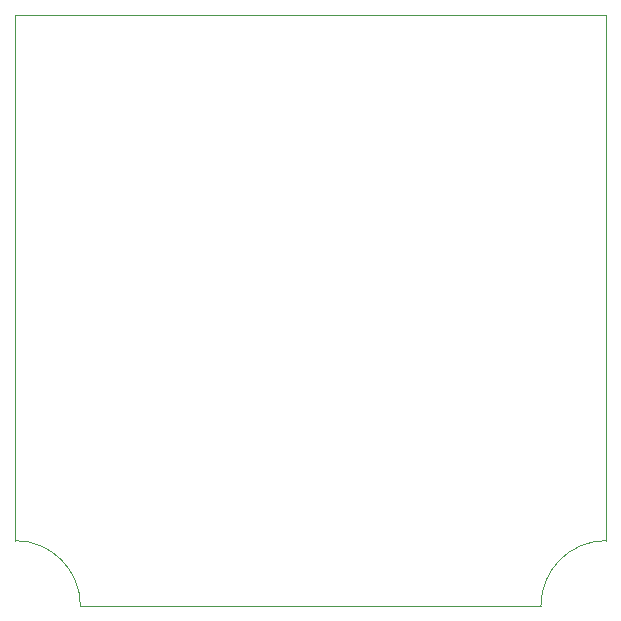
<source format=gm1>
G04 #@! TF.FileFunction,Profile,NP*
%FSLAX46Y46*%
G04 Gerber Fmt 4.6, Leading zero omitted, Abs format (unit mm)*
G04 Created by KiCad (PCBNEW 4.0.7-e0-6372~58~ubuntu16.10.1) date Thu Nov  8 17:11:35 2018*
%MOMM*%
%LPD*%
G01*
G04 APERTURE LIST*
%ADD10C,0.150000*%
%ADD11C,0.100000*%
G04 APERTURE END LIST*
D10*
D11*
X5500000Y-50000000D02*
G75*
G03X0Y-44500000I-5500000J0D01*
G01*
X50000000Y-44500000D02*
G75*
G03X44500000Y-50000000I0J-5500000D01*
G01*
X50000000Y0D02*
X50000000Y-44500000D01*
X0Y-44500000D02*
X0Y0D01*
X25000000Y-50000000D02*
X5500000Y-50000000D01*
X25000000Y-50000000D02*
X44500000Y-50000000D01*
X0Y0D02*
X50000000Y0D01*
M02*

</source>
